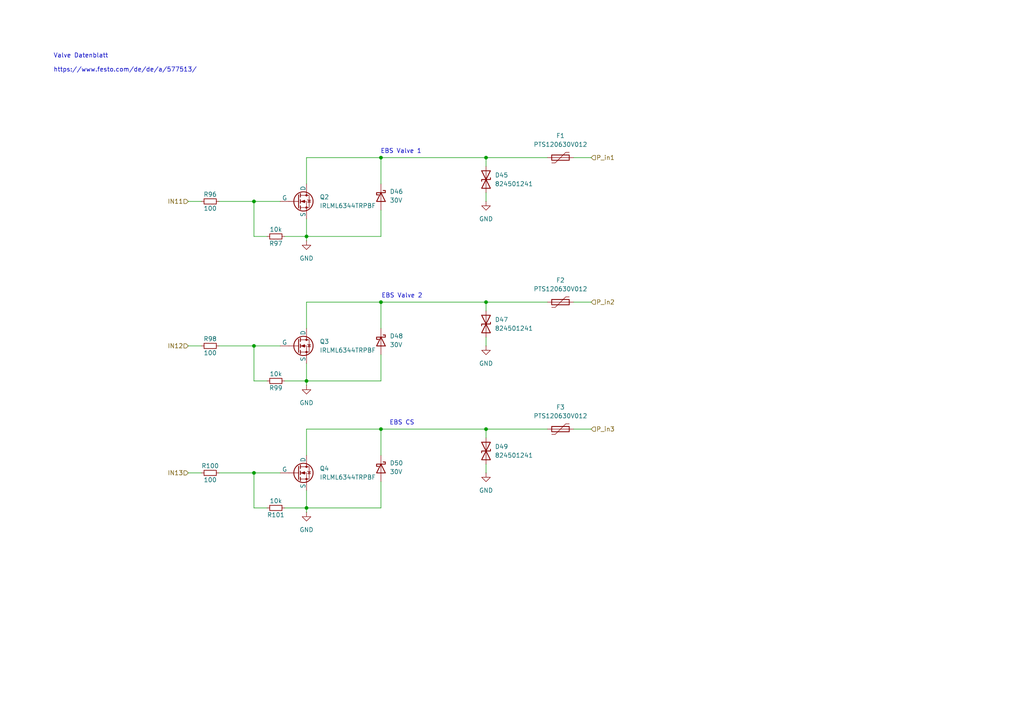
<source format=kicad_sch>
(kicad_sch (version 20231120) (generator "eeschema") (generator_version "8.0")
  (paper "A4")
  (title_block (title "PDU FT25") (date "2024-11-23") (rev "V1.1") (company "Janek Herm") (comment 1 "FaSTTUBe Electronics"))
  (lib_symbols
    (symbol "Device:D_Schottky" (pin_numbers hide) (pin_names (offset 1.016) hide)
      (property "Reference" "D" (at 0 2.54 0))
      (property "Value" "D_Schottky" (at 0 -2.54 0))
      (symbol "D_Schottky_0_1"
        (polyline (pts (xy 1.27 0) (xy -1.27 0)))
        (polyline (pts (xy 1.27 1.27) (xy 1.27 -1.27) (xy -1.27 0) (xy 1.27 1.27)) (stroke (width 0.254)))
        (polyline (pts (xy -1.905 0.635) (xy -1.905 1.27) (xy -1.27 1.27) (xy -1.27 -1.27) (xy -0.635 -1.27) (xy -0.635 -0.635)) (stroke (width 0.254)))
      )
      (symbol "D_Schottky_1_1"
        (pin passive line (at -3.81 0 0) (length 2.54) (name "K") (number "1"))
        (pin passive line (at 3.81 0 180) (length 2.54) (name "A") (number "2"))
      )
    )
    (symbol "Device:D_TVS" (pin_numbers hide) (pin_names (offset 1.016) hide)
      (property "Reference" "D" (at 0 2.54 0))
      (property "Value" "D_TVS" (at 0 -2.54 0))
      (symbol "D_TVS_0_1"
        (polyline (pts (xy 1.27 0) (xy -1.27 0)))
        (polyline (pts (xy 0.508 1.27) (xy 0 1.27) (xy 0 -1.27) (xy -0.508 -1.27)) (stroke (width 0.254)))
        (polyline (pts (xy -2.54 1.27) (xy -2.54 -1.27) (xy 2.54 1.27) (xy 2.54 -1.27) (xy -2.54 1.27)) (stroke (width 0.254)))
      )
      (symbol "D_TVS_1_1"
        (pin passive line (at -3.81 0 0) (length 2.54) (name "A1") (number "1"))
        (pin passive line (at 3.81 0 180) (length 2.54) (name "A2") (number "2"))
      )
    )
    (symbol "Device:Polyfuse" (pin_numbers hide) (pin_names (offset 0))
      (property "Reference" "F" (at -2.54 0 90))
      (property "Value" "Polyfuse" (at 2.54 0 90))
      (symbol "Polyfuse_0_1"
        (rectangle (start -0.762 2.54) (end 0.762 -2.54) (stroke (width 0.254)))
        (polyline (pts (xy 0 2.54) (xy 0 -2.54)))
        (polyline (pts (xy -1.524 2.54) (xy -1.524 1.524) (xy 1.524 -1.524) (xy 1.524 -2.54)))
      )
      (symbol "Polyfuse_1_1"
        (pin passive line (at 0 3.81 270) (length 1.27) (name "~") (number "1"))
        (pin passive line (at 0 -3.81 90) (length 1.27) (name "~") (number "2"))
      )
    )
    (symbol "Device:R_Small" (pin_numbers hide) (pin_names (offset 0.254) hide)
      (property "Reference" "R" (at 0.762 0.508 0))
      (property "Value" "R_Small" (at 0.762 -1.016 0))
      (symbol "R_Small_0_1"
        (rectangle (start -0.762 1.778) (end 0.762 -1.778) (stroke (width 0.2032)))
      )
      (symbol "R_Small_1_1"
        (pin passive line (at 0 2.54 270) (length 0.762) (name "~") (number "1"))
        (pin passive line (at 0 -2.54 90) (length 0.762) (name "~") (number "2"))
      )
    )
    (symbol "Simulation_SPICE:NMOS" (pin_numbers hide) (pin_names (offset 0))
      (property "Reference" "Q" (at 5.08 1.27 0))
      (property "Value" "NMOS" (at 5.08 -1.27 0))
      (symbol "NMOS_0_1"
        (polyline (pts (xy 0.254 0) (xy -2.54 0)))
        (polyline (pts (xy 0.254 1.905) (xy 0.254 -1.905)) (stroke (width 0.254)))
        (polyline (pts (xy 0.762 -1.27) (xy 0.762 -2.286)) (stroke (width 0.254)))
        (polyline (pts (xy 0.762 0.508) (xy 0.762 -0.508)) (stroke (width 0.254)))
        (polyline (pts (xy 0.762 2.286) (xy 0.762 1.27)) (stroke (width 0.254)))
        (polyline (pts (xy 2.54 2.54) (xy 2.54 1.778)))
        (polyline (pts (xy 2.54 -2.54) (xy 2.54 0) (xy 0.762 0)))
        (polyline (pts (xy 0.762 -1.778) (xy 3.302 -1.778) (xy 3.302 1.778) (xy 0.762 1.778)))
        (polyline (pts (xy 1.016 0) (xy 2.032 0.381) (xy 2.032 -0.381) (xy 1.016 0)) (fill (type outline)))
        (polyline (pts (xy 2.794 0.508) (xy 2.921 0.381) (xy 3.683 0.381) (xy 3.81 0.254)))
        (polyline (pts (xy 3.302 0.381) (xy 2.921 -0.254) (xy 3.683 -0.254) (xy 3.302 0.381)))
        (circle (center 1.651 0) (radius 2.794) (stroke (width 0.254)))
        (circle (center 2.54 -1.778) (radius 0.254) (fill (type outline)))
        (circle (center 2.54 1.778) (radius 0.254) (fill (type outline)))
      )
      (symbol "NMOS_1_1"
        (pin passive line (at 2.54 5.08 270) (length 2.54) (name "D") (number "1"))
        (pin input line (at -5.08 0 0) (length 2.54) (name "G") (number "2"))
        (pin passive line (at 2.54 -5.08 90) (length 2.54) (name "S") (number "3"))
      )
    )
    (symbol "power:GND" (power) (pin_numbers hide) (pin_names (offset 0) hide)
      (property "Value" "GND" (at 0 -3.81 0))
      (symbol "GND_0_1"
        (polyline (pts (xy 0 0) (xy 0 -1.27) (xy 1.27 -1.27) (xy 0 -2.54) (xy -1.27 -1.27) (xy 0 -1.27)))
      )
      (symbol "GND_1_1"
        (pin power_in line (at 0 0 270) (length 0) (name "~") (number "1"))
      )
    )
  )
  (junction (at 73.66 58.42))
  (junction (at 88.9 110.49))
  (junction (at 73.66 137.16))
  (junction (at 140.97 45.72))
  (junction (at 110.49 124.46))
  (junction (at 88.9 68.58))
  (junction (at 110.49 87.63))
  (junction (at 140.97 87.63))
  (junction (at 140.97 124.46))
  (junction (at 110.49 45.72))
  (junction (at 88.9 147.32))
  (junction (at 73.66 100.33))
  (wire (pts (xy 166.37 45.72) (xy 171.45 45.72)))
  (wire (pts (xy 88.9 45.72) (xy 110.49 45.72)))
  (wire (pts (xy 88.9 147.32) (xy 110.49 147.32)))
  (wire (pts (xy 110.49 102.87) (xy 110.49 110.49)))
  (wire (pts (xy 73.66 68.58) (xy 77.47 68.58)))
  (wire (pts (xy 140.97 58.42) (xy 140.97 55.88)))
  (wire (pts (xy 88.9 110.49) (xy 110.49 110.49)))
  (wire (pts (xy 140.97 87.63) (xy 158.75 87.63)))
  (wire (pts (xy 110.49 45.72) (xy 110.49 53.34)))
  (wire (pts (xy 140.97 45.72) (xy 140.97 48.26)))
  (wire (pts (xy 63.5 100.33) (xy 73.66 100.33)))
  (wire (pts (xy 88.9 63.5) (xy 88.9 68.58)))
  (wire (pts (xy 73.66 110.49) (xy 77.47 110.49)))
  (wire (pts (xy 88.9 45.72) (xy 88.9 53.34)))
  (wire (pts (xy 82.55 147.32) (xy 88.9 147.32)))
  (wire (pts (xy 54.61 100.33) (xy 58.42 100.33)))
  (wire (pts (xy 166.37 87.63) (xy 171.45 87.63)))
  (wire (pts (xy 88.9 110.49) (xy 88.9 111.76)))
  (wire (pts (xy 88.9 147.32) (xy 88.9 148.59)))
  (wire (pts (xy 140.97 100.33) (xy 140.97 97.79)))
  (wire (pts (xy 54.61 58.42) (xy 58.42 58.42)))
  (wire (pts (xy 73.66 147.32) (xy 77.47 147.32)))
  (wire (pts (xy 88.9 124.46) (xy 110.49 124.46)))
  (wire (pts (xy 140.97 45.72) (xy 158.75 45.72)))
  (wire (pts (xy 140.97 124.46) (xy 140.97 127)))
  (wire (pts (xy 110.49 60.96) (xy 110.49 68.58)))
  (wire (pts (xy 73.66 137.16) (xy 81.28 137.16)))
  (wire (pts (xy 110.49 124.46) (xy 110.49 132.08)))
  (wire (pts (xy 166.37 124.46) (xy 171.45 124.46)))
  (wire (pts (xy 110.49 87.63) (xy 140.97 87.63)))
  (wire (pts (xy 140.97 137.16) (xy 140.97 134.62)))
  (wire (pts (xy 140.97 124.46) (xy 158.75 124.46)))
  (wire (pts (xy 88.9 68.58) (xy 88.9 69.85)))
  (wire (pts (xy 140.97 87.63) (xy 140.97 90.17)))
  (wire (pts (xy 73.66 58.42) (xy 73.66 68.58)))
  (wire (pts (xy 73.66 100.33) (xy 81.28 100.33)))
  (wire (pts (xy 88.9 68.58) (xy 110.49 68.58)))
  (wire (pts (xy 110.49 87.63) (xy 110.49 95.25)))
  (wire (pts (xy 110.49 139.7) (xy 110.49 147.32)))
  (wire (pts (xy 88.9 87.63) (xy 110.49 87.63)))
  (wire (pts (xy 88.9 105.41) (xy 88.9 110.49)))
  (wire (pts (xy 63.5 137.16) (xy 73.66 137.16)))
  (wire (pts (xy 73.66 100.33) (xy 73.66 110.49)))
  (wire (pts (xy 88.9 87.63) (xy 88.9 95.25)))
  (wire (pts (xy 63.5 58.42) (xy 73.66 58.42)))
  (wire (pts (xy 82.55 68.58) (xy 88.9 68.58)))
  (wire (pts (xy 110.49 45.72) (xy 140.97 45.72)))
  (wire (pts (xy 82.55 110.49) (xy 88.9 110.49)))
  (wire (pts (xy 88.9 142.24) (xy 88.9 147.32)))
  (wire (pts (xy 73.66 137.16) (xy 73.66 147.32)))
  (wire (pts (xy 88.9 124.46) (xy 88.9 132.08)))
  (wire (pts (xy 73.66 58.42) (xy 81.28 58.42)))
  (wire (pts (xy 54.61 137.16) (xy 58.42 137.16)))
  (wire (pts (xy 110.49 124.46) (xy 140.97 124.46)))
  (text "EBS Valve 1" (at 116.332 43.942 0) (effects (font (size 1.27 1.27))))
  (text "EBS Valve 2" (at 116.586 85.852 0) (effects (font (size 1.27 1.27))))
  (text "EBS CS" (at 116.586 122.682 0) (effects (font (size 1.27 1.27))))
  (text "Valve Datenblatt\n\nhttps://www.festo.com/de/de/a/577513/" (at 15.494 18.288 0) (effects (font (size 1.27 1.27)) (justify left)))
  (hierarchical_label "IN11" (shape input) (at 54.61 58.42 180) (effects (font (thickness 0.1588))))
  (hierarchical_label "P_in3" (shape input) (at 171.45 124.46 0))
  (hierarchical_label "IN13" (shape input) (at 54.61 137.16 180) (effects (font (thickness 0.1588))))
  (hierarchical_label "IN12" (shape input) (at 54.61 100.33 180) (effects (font (thickness 0.1588))))
  (hierarchical_label "P_in2" (shape input) (at 171.45 87.63 0))
  (hierarchical_label "P_in1" (shape input) (at 171.45 45.72 0))
  (symbol (lib_id "Device:R_Small") (at 80.01 147.32 90) (unit 1)
    (property "Reference" "R101" (at 80.01 149.352 90))
    (property "Value" "10k" (at 80.01 145.288 90))
    (property "Footprint" "Resistor_SMD:R_0603_1608Metric_Pad0.98x0.95mm_HandSolder" (effects (hide yes)))
    (property "Description" "Resistor, small symbol" (effects (hide yes)))
  )
  (symbol (lib_id "Device:D_TVS") (at 140.97 93.98 90) (mirror x) (unit 1)
    (property "Reference" "D47" (at 143.51 92.7099 90) (effects (justify right)))
    (property "Value" "824501241" (at 143.51 95.2499 90) (effects (justify right)))
    (property "Footprint" "824501241:DIOM5127X250N" (effects (hide yes)))
    (property "Datasheet" "https://www.we-online.com/components/products/datasheet/824501241.pdf" (effects (hide yes)))
    (property "Description" "Bidirectional transient-voltage-suppression diode" (effects (hide yes)))
  )
  (symbol (lib_id "power:GND") (at 140.97 58.42 0) (mirror y) (unit 1)
    (property "Reference" "#PWR0151" (effects (hide yes)))
    (property "Value" "GND" (at 140.97 63.5 0))
    (property "Description" "Power symbol creates a global label with name \"GND\" , ground" (effects (hide yes)))
  )
  (symbol (lib_id "power:GND") (at 140.97 100.33 0) (mirror y) (unit 1)
    (property "Reference" "#PWR0153" (effects (hide yes)))
    (property "Value" "GND" (at 140.97 105.41 0))
    (property "Description" "Power symbol creates a global label with name \"GND\" , ground" (effects (hide yes)))
  )
  (symbol (lib_id "power:GND") (at 88.9 111.76 0) (unit 1)
    (property "Reference" "#PWR0154" (effects (hide yes)))
    (property "Value" "GND" (at 88.9 116.84 0))
    (property "Description" "Power symbol creates a global label with name \"GND\" , ground" (effects (hide yes)))
  )
  (symbol (lib_id "power:GND") (at 140.97 137.16 0) (mirror y) (unit 1)
    (property "Reference" "#PWR0155" (effects (hide yes)))
    (property "Value" "GND" (at 140.97 142.24 0))
    (property "Description" "Power symbol creates a global label with name \"GND\" , ground" (effects (hide yes)))
  )
  (symbol (lib_id "Device:Polyfuse") (at 162.56 45.72 90) (unit 1)
    (property "Reference" "F1" (at 162.56 39.37 90))
    (property "Value" "PTS120630V012" (at 162.56 41.91 90))
    (property "Footprint" "Fuse:Fuse_1206_3216Metric_Pad1.42x1.75mm_HandSolder" (effects (hide yes)))
    (property "Datasheet" "https://www.mouser.de/datasheet/2/87/eaton_pts1206_6_60_volt_dc_surface_mount_resettabl-1608737.pdf" (effects (hide yes)))
    (property "Description" "Resettable fuse, polymeric positive temperature coefficient" (effects (hide yes)))
  )
  (symbol (lib_id "Device:Polyfuse") (at 162.56 87.63 90) (unit 1)
    (property "Reference" "F2" (at 162.56 81.28 90))
    (property "Value" "PTS120630V012" (at 162.56 83.82 90))
    (property "Footprint" "Fuse:Fuse_1206_3216Metric_Pad1.42x1.75mm_HandSolder" (effects (hide yes)))
    (property "Datasheet" "https://www.mouser.de/datasheet/2/87/eaton_pts1206_6_60_volt_dc_surface_mount_resettabl-1608737.pdf" (effects (hide yes)))
    (property "Description" "Resettable fuse, polymeric positive temperature coefficient" (effects (hide yes)))
  )
  (symbol (lib_id "Device:R_Small") (at 80.01 110.49 90) (unit 1)
    (property "Reference" "R99" (at 80.01 112.522 90))
    (property "Value" "10k" (at 80.01 108.458 90))
    (property "Footprint" "Resistor_SMD:R_0603_1608Metric_Pad0.98x0.95mm_HandSolder" (effects (hide yes)))
    (property "Description" "Resistor, small symbol" (effects (hide yes)))
  )
  (symbol (lib_id "power:GND") (at 88.9 148.59 0) (unit 1)
    (property "Reference" "#PWR0156" (effects (hide yes)))
    (property "Value" "GND" (at 88.9 153.67 0))
    (property "Description" "Power symbol creates a global label with name \"GND\" , ground" (effects (hide yes)))
  )
  (symbol (lib_id "Device:R_Small") (at 80.01 68.58 90) (unit 1)
    (property "Reference" "R97" (at 80.01 70.612 90))
    (property "Value" "10k" (at 80.01 66.548 90))
    (property "Footprint" "Resistor_SMD:R_0603_1608Metric_Pad0.98x0.95mm_HandSolder" (effects (hide yes)))
    (property "Description" "Resistor, small symbol" (effects (hide yes)))
  )
  (symbol (lib_id "Device:D_Schottky") (at 110.49 99.06 270) (unit 1)
    (property "Reference" "D48" (at 113.03 97.4724 90) (effects (justify left)))
    (property "Value" "30V" (at 113.03 100.0124 90) (effects (justify left)))
    (property "Footprint" "Package_TO_SOT_SMD:SOT-23-3" (effects (hide yes)))
    (property "Datasheet" "https://diotec.com/request/datasheet/bat54.pdf" (effects (hide yes)))
    (property "Description" "Schottky diode" (effects (hide yes)))
    (property "MPR" "BAT54S" (effects (hide yes)))
  )
  (symbol (lib_id "Device:D_Schottky") (at 110.49 135.89 270) (unit 1)
    (property "Reference" "D50" (at 113.03 134.3024 90) (effects (justify left)))
    (property "Value" "30V" (at 113.03 136.8424 90) (effects (justify left)))
    (property "Footprint" "Package_TO_SOT_SMD:SOT-23-3" (effects (hide yes)))
    (property "Datasheet" "https://diotec.com/request/datasheet/bat54.pdf" (effects (hide yes)))
    (property "Description" "Schottky diode" (effects (hide yes)))
    (property "MPR" "BAT54S" (effects (hide yes)))
  )
  (symbol (lib_id "Simulation_SPICE:NMOS") (at 86.36 137.16 0) (unit 1)
    (property "Reference" "Q4" (at 92.71 135.8899 0) (effects (justify left)))
    (property "Value" "IRLML6344TRPBF" (at 92.71 138.4299 0) (effects (justify left)))
    (property "Footprint" "Package_TO_SOT_SMD:SOT-23-3" (effects (hide yes)))
    (property "Datasheet" "https://www.mouser.de/datasheet/2/196/Infineon_IRLML6344_DataSheet_v01_01_EN-3363406.pdf" (effects (hide yes)))
    (property "Description" "N-MOSFET transistor, drain/source/gate" (effects (hide yes)))
    (property "Sim.Device" "NMOS" (effects (hide yes)))
    (property "Sim.Type" "VDMOS" (effects (hide yes)))
    (property "Sim.Pins" "1=D 2=G 3=S" (effects (hide yes)))
  )
  (symbol (lib_id "Device:R_Small") (at 60.96 100.33 270) (unit 1)
    (property "Reference" "R98" (at 60.96 98.298 90))
    (property "Value" "100" (at 60.96 102.362 90))
    (property "Footprint" "Resistor_SMD:R_0603_1608Metric_Pad0.98x0.95mm_HandSolder" (effects (hide yes)))
    (property "Description" "Resistor, small symbol" (effects (hide yes)))
  )
  (symbol (lib_id "Device:R_Small") (at 60.96 58.42 270) (unit 1)
    (property "Reference" "R96" (at 60.96 56.388 90))
    (property "Value" "100" (at 60.96 60.452 90))
    (property "Footprint" "Resistor_SMD:R_0603_1608Metric_Pad0.98x0.95mm_HandSolder" (effects (hide yes)))
    (property "Description" "Resistor, small symbol" (effects (hide yes)))
  )
  (symbol (lib_id "Device:R_Small") (at 60.96 137.16 270) (unit 1)
    (property "Reference" "R100" (at 60.96 135.128 90))
    (property "Value" "100" (at 60.96 139.192 90))
    (property "Footprint" "Resistor_SMD:R_0603_1608Metric_Pad0.98x0.95mm_HandSolder" (effects (hide yes)))
    (property "Description" "Resistor, small symbol" (effects (hide yes)))
  )
  (symbol (lib_id "Device:D_TVS") (at 140.97 130.81 90) (mirror x) (unit 1)
    (property "Reference" "D49" (at 143.51 129.5399 90) (effects (justify right)))
    (property "Value" "824501241" (at 143.51 132.0799 90) (effects (justify right)))
    (property "Footprint" "824501241:DIOM5127X250N" (effects (hide yes)))
    (property "Datasheet" "https://www.we-online.com/components/products/datasheet/824501241.pdf" (effects (hide yes)))
    (property "Description" "Bidirectional transient-voltage-suppression diode" (effects (hide yes)))
  )
  (symbol (lib_id "Device:D_Schottky") (at 110.49 57.15 270) (unit 1)
    (property "Reference" "D46" (at 113.03 55.5624 90) (effects (justify left)))
    (property "Value" "30V" (at 113.03 58.1024 90) (effects (justify left)))
    (property "Footprint" "Package_TO_SOT_SMD:SOT-23-3" (effects (hide yes)))
    (property "Datasheet" "https://diotec.com/request/datasheet/bat54.pdf" (effects (hide yes)))
    (property "Description" "Schottky diode" (effects (hide yes)))
    (property "MPR" "BAT54S" (effects (hide yes)))
  )
  (symbol (lib_id "Device:D_TVS") (at 140.97 52.07 90) (mirror x) (unit 1)
    (property "Reference" "D45" (at 143.51 50.7999 90) (effects (justify right)))
    (property "Value" "824501241" (at 143.51 53.3399 90) (effects (justify right)))
    (property "Footprint" "824501241:DIOM5127X250N" (effects (hide yes)))
    (property "Datasheet" "https://www.we-online.com/components/products/datasheet/824501241.pdf" (effects (hide yes)))
    (property "Description" "Bidirectional transient-voltage-suppression diode" (effects (hide yes)))
  )
  (symbol (lib_id "Simulation_SPICE:NMOS") (at 86.36 100.33 0) (unit 1)
    (property "Reference" "Q3" (at 92.71 99.0599 0) (effects (justify left)))
    (property "Value" "IRLML6344TRPBF" (at 92.71 101.5999 0) (effects (justify left)))
    (property "Footprint" "Package_TO_SOT_SMD:SOT-23-3" (effects (hide yes)))
    (property "Datasheet" "https://www.mouser.de/datasheet/2/196/Infineon_IRLML6344_DataSheet_v01_01_EN-3363406.pdf" (effects (hide yes)))
    (property "Description" "N-MOSFET transistor, drain/source/gate" (effects (hide yes)))
    (property "Sim.Device" "NMOS" (effects (hide yes)))
    (property "Sim.Type" "VDMOS" (effects (hide yes)))
    (property "Sim.Pins" "1=D 2=G 3=S" (effects (hide yes)))
  )
  (symbol (lib_id "Device:Polyfuse") (at 162.56 124.46 90) (unit 1)
    (property "Reference" "F3" (at 162.56 118.11 90))
    (property "Value" "PTS120630V012" (at 162.56 120.65 90))
    (property "Footprint" "Fuse:Fuse_1206_3216Metric_Pad1.42x1.75mm_HandSolder" (effects (hide yes)))
    (property "Datasheet" "https://www.mouser.de/datasheet/2/87/eaton_pts1206_6_60_volt_dc_surface_mount_resettabl-1608737.pdf" (effects (hide yes)))
    (property "Description" "Resettable fuse, polymeric positive temperature coefficient" (effects (hide yes)))
  )
  (symbol (lib_id "power:GND") (at 88.9 69.85 0) (unit 1)
    (property "Reference" "#PWR0152" (effects (hide yes)))
    (property "Value" "GND" (at 88.9 74.93 0))
    (property "Description" "Power symbol creates a global label with name \"GND\" , ground" (effects (hide yes)))
  )
  (symbol (lib_id "Simulation_SPICE:NMOS") (at 86.36 58.42 0) (unit 1)
    (property "Reference" "Q2" (at 92.71 57.1499 0) (effects (justify left)))
    (property "Value" "IRLML6344TRPBF" (at 92.71 59.6899 0) (effects (justify left)))
    (property "Footprint" "Package_TO_SOT_SMD:SOT-23-3" (effects (hide yes)))
    (property "Datasheet" "https://www.mouser.de/datasheet/2/196/Infineon_IRLML6344_DataSheet_v01_01_EN-3363406.pdf" (effects (hide yes)))
    (property "Description" "N-MOSFET transistor, drain/source/gate" (effects (hide yes)))
    (property "Sim.Device" "NMOS" (effects (hide yes)))
    (property "Sim.Type" "VDMOS" (effects (hide yes)))
    (property "Sim.Pins" "1=D 2=G 3=S" (effects (hide yes)))
  )
)
</source>
